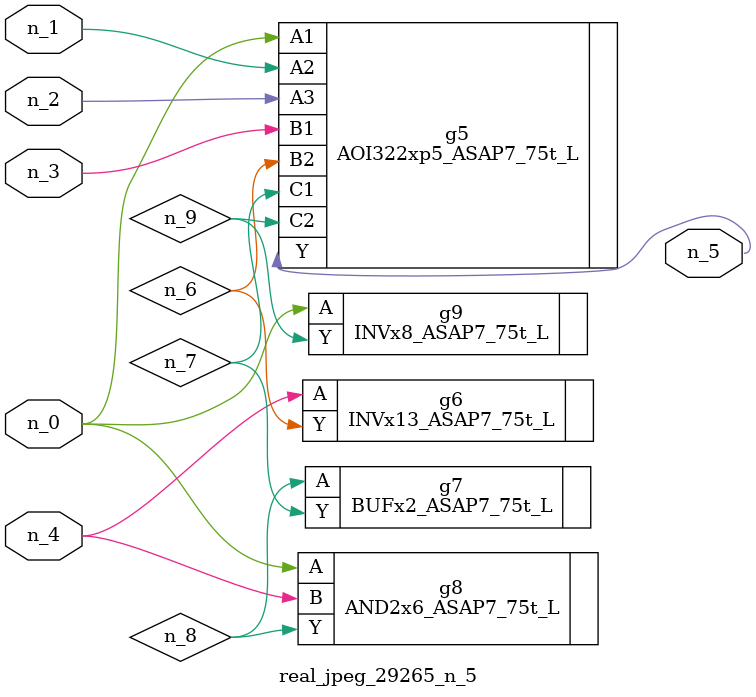
<source format=v>
module real_jpeg_29265_n_5 (n_4, n_0, n_1, n_2, n_3, n_5);

input n_4;
input n_0;
input n_1;
input n_2;
input n_3;

output n_5;

wire n_8;
wire n_6;
wire n_7;
wire n_9;

AOI322xp5_ASAP7_75t_L g5 ( 
.A1(n_0),
.A2(n_1),
.A3(n_2),
.B1(n_3),
.B2(n_6),
.C1(n_7),
.C2(n_9),
.Y(n_5)
);

AND2x6_ASAP7_75t_L g8 ( 
.A(n_0),
.B(n_4),
.Y(n_8)
);

INVx8_ASAP7_75t_L g9 ( 
.A(n_0),
.Y(n_9)
);

INVx13_ASAP7_75t_L g6 ( 
.A(n_4),
.Y(n_6)
);

BUFx2_ASAP7_75t_L g7 ( 
.A(n_8),
.Y(n_7)
);


endmodule
</source>
